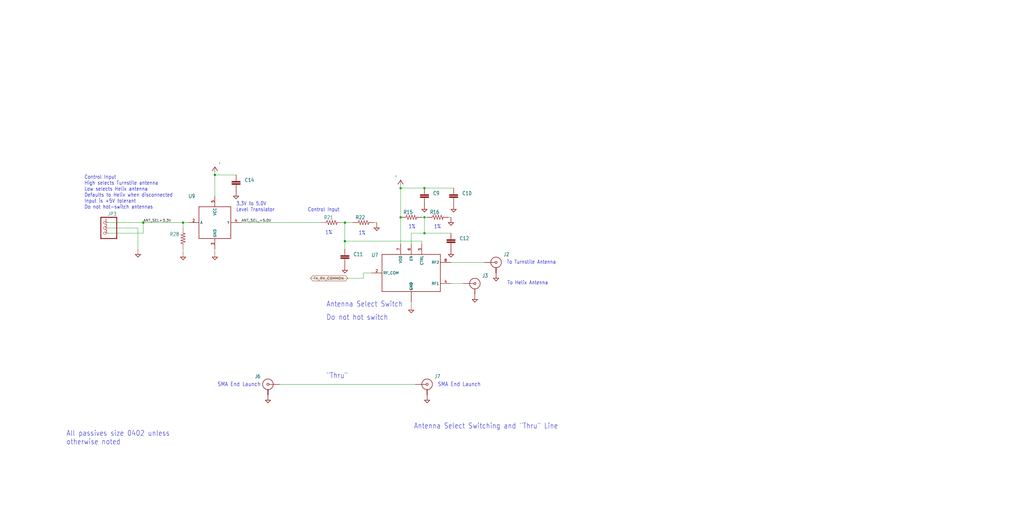
<source format=kicad_sch>
(kicad_sch (version 20211123) (generator eeschema)
  (paper "User" 490.22 254.406)
  (lib_symbols
    (symbol "Bidirectional_Amp-eagle-import:+5V" (power)
      (property "Value" "+5V" (at -2.54 -5.08 90))
      (symbol "+5V_1_0"
        (polyline (pts (xy 0 0) (xy -1.27 -1.905)) (stroke (width 0.254)))
        (polyline (pts (xy 1.27 -1.905) (xy 0 0)) (stroke (width 0.254)))
        (pin power_in line (at 0 -2.54 90) (length 2.54) (name "+5V") (number "1"))
      )
    )
    (symbol "Bidirectional_Amp-eagle-import:142-0701-851_ALT"
      (symbol "142-0701-851_ALT_1_0"
        (circle (center 0 0) (radius 0.508) (stroke (width 0.254)))
        (circle (center 0 0) (radius 2.54) (stroke (width 0.254)))
        (pin bidirectional line (at 0 -5.08 90) (length 2.54) (name "GND") (number "GND1"))
        (pin bidirectional line (at 0 -5.08 90) (length 2.54) (name "GND") (number "GND2"))
        (pin bidirectional line (at 0 -5.08 90) (length 2.54) (name "GND") (number "GND3"))
        (pin bidirectional line (at 0 -5.08 90) (length 2.54) (name "GND") (number "GND4"))
        (pin bidirectional line (at 5.715 0 180) (length 5.08) (name "CTR") (number "RF1"))
      )
    )
    (symbol "Bidirectional_Amp-eagle-import:C-EU0402-B-NOSILK"
      (property "Reference" "C" (at 1.524 0.381 0))
      (property "Value" "C-EU0402-B-NOSILK" (at 1.524 -4.699 0))
      (symbol "C-EU0402-B-NOSILK_1_0"
        (rectangle (start -2.032 -2.032) (end 2.032 -1.524) (fill (type outline)))
        (rectangle (start -2.032 -1.016) (end 2.032 -0.508) (fill (type outline)))
        (polyline (pts (xy 0 -2.54) (xy 0 -2.032)) (stroke (width 0.1524)))
        (polyline (pts (xy 0 0) (xy 0 -0.508)) (stroke (width 0.1524)))
        (pin passive line (at 0 2.54 270) (length 2.54) (name "1") (number "1"))
        (pin passive line (at 0 -5.08 90) (length 2.54) (name "2") (number "2"))
      )
    )
    (symbol "Bidirectional_Amp-eagle-import:GND" (power)
      (property "Value" "GND" (at -1.905 -3.175 0))
      (symbol "GND_1_0"
        (polyline (pts (xy -1.27 0) (xy 1.27 0)) (stroke (width 0.254)))
        (polyline (pts (xy 0 -1.27) (xy -1.27 0)) (stroke (width 0.254)))
        (polyline (pts (xy 1.27 0) (xy 0 -1.27)) (stroke (width 0.254)))
        (pin power_in line (at 0 2.54 270) (length 2.54) (name "GND") (number "1"))
      )
    )
    (symbol "Bidirectional_Amp-eagle-import:PINHD-1X3"
      (property "Reference" "JP" (at -6.35 5.715 0))
      (property "Value" "PINHD-1X3" (at -6.35 -7.62 0))
      (symbol "PINHD-1X3_1_0"
        (polyline (pts (xy -6.35 -5.08) (xy 1.27 -5.08)) (stroke (width 0.4064)))
        (polyline (pts (xy -6.35 5.08) (xy -6.35 -5.08)) (stroke (width 0.4064)))
        (polyline (pts (xy 1.27 -5.08) (xy 1.27 5.08)) (stroke (width 0.4064)))
        (polyline (pts (xy 1.27 5.08) (xy -6.35 5.08)) (stroke (width 0.4064)))
        (pin passive inverted (at -2.54 2.54 0) (length 2.54) (name "1") (number "1"))
        (pin passive inverted (at -2.54 0 0) (length 2.54) (name "2") (number "2"))
        (pin passive inverted (at -2.54 -2.54 0) (length 2.54) (name "3") (number "3"))
      )
    )
    (symbol "Bidirectional_Amp-eagle-import:QPC1022"
      (property "Reference" "U" (at -20.32 10.16 0))
      (property "Value" "QPC1022" (at -20.32 -12.7 0))
      (symbol "QPC1022_1_0"
        (polyline (pts (xy -13.97 -8.89) (xy -13.97 8.89)) (stroke (width 0.254)))
        (polyline (pts (xy -13.97 8.89) (xy 13.97 8.89)) (stroke (width 0.254)))
        (polyline (pts (xy 13.97 -8.89) (xy -13.97 -8.89)) (stroke (width 0.254)))
        (polyline (pts (xy 13.97 8.89) (xy 13.97 -8.89)) (stroke (width 0.254)))
        (pin power_in line (at 0 -13.97 90) (length 5.08) (name "GND") (number "1"))
        (pin bidirectional line (at -19.05 0 0) (length 5.08) (name "RF_COM") (number "2"))
        (pin power_in line (at 0 -13.97 90) (length 5.08) (name "GND") (number "3"))
        (pin bidirectional line (at 19.05 -5.08 180) (length 5.08) (name "RF1") (number "4"))
        (pin bidirectional line (at 5.08 13.97 270) (length 5.08) (name "CTRL") (number "5"))
        (pin bidirectional line (at 0 13.97 270) (length 5.08) (name "EN") (number "6"))
        (pin power_in line (at -5.08 13.97 270) (length 5.08) (name "VDD") (number "7"))
        (pin bidirectional line (at 19.05 5.08 180) (length 5.08) (name "RF2") (number "8"))
        (pin power_in line (at 0 -13.97 90) (length 5.08) (name "GND") (number "9"))
      )
    )
    (symbol "Bidirectional_Amp-eagle-import:R-US_0402-B-NOSILK"
      (property "Reference" "R" (at -3.81 1.4986 0))
      (property "Value" "R-US_0402-B-NOSILK" (at -3.81 -3.302 0))
      (symbol "R-US_0402-B-NOSILK_1_0"
        (polyline (pts (xy -2.54 0) (xy -2.159 1.016)) (stroke (width 0.2032)))
        (polyline (pts (xy -2.159 1.016) (xy -1.524 -1.016)) (stroke (width 0.2032)))
        (polyline (pts (xy -1.524 -1.016) (xy -0.889 1.016)) (stroke (width 0.2032)))
        (polyline (pts (xy -0.889 1.016) (xy -0.254 -1.016)) (stroke (width 0.2032)))
        (polyline (pts (xy -0.254 -1.016) (xy 0.381 1.016)) (stroke (width 0.2032)))
        (polyline (pts (xy 0.381 1.016) (xy 1.016 -1.016)) (stroke (width 0.2032)))
        (polyline (pts (xy 1.016 -1.016) (xy 1.651 1.016)) (stroke (width 0.2032)))
        (polyline (pts (xy 1.651 1.016) (xy 2.286 -1.016)) (stroke (width 0.2032)))
        (polyline (pts (xy 2.286 -1.016) (xy 2.54 0)) (stroke (width 0.2032)))
        (pin passive line (at -5.08 0 0) (length 2.54) (name "1") (number "1"))
        (pin passive line (at 5.08 0 180) (length 2.54) (name "2") (number "2"))
      )
    )
    (symbol "Bidirectional_Amp-eagle-import:SN74LV1T34DBVR"
      (property "Reference" "U" (at 8.89 10.16 0))
      (property "Value" "SN74LV1T34DBVR" (at 8.89 7.62 0))
      (symbol "SN74LV1T34DBVR_1_0"
        (polyline (pts (xy -7.62 7.62) (xy -7.62 -7.62)) (stroke (width 0.254)))
        (polyline (pts (xy -7.62 7.62) (xy 7.62 7.62)) (stroke (width 0.254)))
        (polyline (pts (xy 7.62 -7.62) (xy -7.62 -7.62)) (stroke (width 0.254)))
        (polyline (pts (xy 7.62 -7.62) (xy 7.62 7.62)) (stroke (width 0.254)))
        (pin bidirectional line (at -12.7 0 0) (length 5.08) (name "A") (number "2"))
        (pin bidirectional line (at 0 -12.7 90) (length 5.08) (name "GND") (number "3"))
        (pin bidirectional line (at 12.7 0 180) (length 5.08) (name "Y") (number "4"))
        (pin bidirectional line (at 0 12.7 270) (length 5.08) (name "VCC") (number "5"))
      )
    )
  )
  (junction (at 165.1 106.68))
  (junction (at 87.63 106.68))
  (junction (at 102.87 83.82))
  (junction (at 68.58 106.68))
  (junction (at 165.1 115.57))
  (junction (at 191.77 104.14))
  (junction (at 203.2 90.17))
  (junction (at 203.2 111.76))
  (junction (at 203.2 104.14))
  (junction (at 191.77 90.17))
  (wire (pts (xy 191.77 88.9) (xy 191.77 90.17)))
  (wire (pts (xy 203.2 111.76) (xy 215.9 111.76)))
  (wire (pts (xy 201.93 104.14) (xy 203.2 104.14)))
  (wire (pts (xy 66.04 109.22) (xy 66.04 119.38)))
  (wire (pts (xy 102.87 120.65) (xy 102.87 119.38)))
  (wire (pts (xy 52.07 109.22) (xy 66.04 109.22)))
  (wire (pts (xy 201.93 115.57) (xy 165.1 115.57)))
  (wire (pts (xy 203.2 104.14) (xy 203.2 111.76)))
  (wire (pts (xy 196.85 111.76) (xy 196.85 116.84)))
  (wire (pts (xy 163.83 106.68) (xy 165.1 106.68)))
  (wire (pts (xy 231.775 125.73) (xy 215.9 125.73)))
  (wire (pts (xy 68.58 106.68) (xy 87.63 106.68)))
  (wire (pts (xy 133.985 184.15) (xy 198.755 184.15)))
  (wire (pts (xy 52.07 111.76) (xy 68.58 111.76)))
  (wire (pts (xy 173.99 133.35) (xy 148.59 133.35)))
  (wire (pts (xy 102.87 93.98) (xy 102.87 83.82)))
  (wire (pts (xy 191.77 90.17) (xy 203.2 90.17)))
  (wire (pts (xy 165.1 115.57) (xy 165.1 119.38)))
  (wire (pts (xy 165.1 106.68) (xy 168.91 106.68)))
  (wire (pts (xy 165.1 106.68) (xy 165.1 115.57)))
  (wire (pts (xy 196.85 146.05) (xy 196.85 144.78)))
  (wire (pts (xy 52.07 106.68) (xy 68.58 106.68)))
  (wire (pts (xy 173.99 130.81) (xy 173.99 133.35)))
  (wire (pts (xy 201.93 116.84) (xy 201.93 115.57)))
  (wire (pts (xy 102.87 82.55) (xy 102.87 83.82)))
  (wire (pts (xy 180.34 106.68) (xy 179.07 106.68)))
  (wire (pts (xy 90.17 106.68) (xy 87.63 106.68)))
  (wire (pts (xy 115.57 106.68) (xy 153.67 106.68)))
  (wire (pts (xy 215.9 135.89) (xy 221.615 135.89)))
  (wire (pts (xy 102.87 83.82) (xy 113.03 83.82)))
  (wire (pts (xy 87.63 106.68) (xy 87.63 109.22)))
  (wire (pts (xy 203.2 104.14) (xy 204.47 104.14)))
  (wire (pts (xy 191.77 90.17) (xy 191.77 104.14)))
  (wire (pts (xy 68.58 111.76) (xy 68.58 106.68)))
  (wire (pts (xy 191.77 104.14) (xy 191.77 116.84)))
  (wire (pts (xy 203.2 111.76) (xy 196.85 111.76)))
  (wire (pts (xy 87.63 120.65) (xy 87.63 119.38)))
  (wire (pts (xy 203.2 90.17) (xy 217.17 90.17)))
  (wire (pts (xy 177.8 130.81) (xy 173.99 130.81)))
  (wire (pts (xy 214.63 104.14) (xy 215.9 104.14)))
  (text "1%" (at 155.702 112.522 180) (effects (font (size 1.778 1.5113)) (justify left bottom)))
  (text "\"Thru\"" (at 156.21 181.61 180) (effects (font (size 2.54 2.159)) (justify left bottom)))
  (text "3.3V to 5.0V\nLevel Translator" (at 113.03 101.6 180) (effects (font (size 1.778 1.5113)) (justify left bottom)))
  (text "To Helix Antenna" (at 262.382 136.652 180) (effects (font (size 1.778 1.5113)) (justify right bottom)))
  (text "Do not hot switch~{}" (at 156.21 153.67 180) (effects (font (size 2.54 2.159)) (justify left bottom)))
  (text "Control Input\nHigh selects Turnstile antenna\nLow selects Helix antenna\nDefaults to Helix when disconnected\nInput is +5V tolerant\nDo not hot-switch antennas~{}" (at 40.386 100.33 0) (effects (font (size 1.778 1.5113)) (justify left bottom)))
  (text "All passives size 0402 unless\notherwise noted" (at 31.75 213.36 180) (effects (font (size 2.54 2.159)) (justify left bottom)))
  (text "Antenna Select Switching and \"Thru\" Line" (at 198.12 205.74 180) (effects (font (size 2.54 2.159)) (justify left bottom)))
  (text "1%" (at 171.704 112.776 180) (effects (font (size 1.778 1.5113)) (justify left bottom)))
  (text "SMA End Launch" (at 104.14 185.42 180) (effects (font (size 1.9304 1.6408)) (justify left bottom)))
  (text "To Turnstile Antenna" (at 266.192 126.746 180) (effects (font (size 1.778 1.5113)) (justify right bottom)))
  (text "SMA End Launch" (at 209.55 185.42 180) (effects (font (size 1.9304 1.6408)) (justify left bottom)))
  (text "Antenna Select Switch" (at 156.21 147.32 180) (effects (font (size 2.54 2.159)) (justify left bottom)))
  (text "1%" (at 195.58 109.728 180) (effects (font (size 1.778 1.5113)) (justify left bottom)))
  (text "Control Input" (at 162.56 101.6 180) (effects (font (size 1.778 1.5113)) (justify right bottom)))
  (text "1%" (at 207.772 109.728 180) (effects (font (size 1.778 1.5113)) (justify left bottom)))
  (label "ANT_SEL+3.3V" (at 68.58 106.68 0) (effects (font (size 1.2446 1.2446))))
  (label "ANT_SEL_+5.0V" (at 115.57 106.68 0) (effects (font (size 1.2446 1.2446))))
  (global_label "TX_RX_COMMON" (shape bidirectional) (at 148.59 133.35 0) (effects (font (size 1.2446 1.2446))) (property "Intersheet References" "${INTERSHEET_REFS}" (effects hide)))
  (symbol (lib_id "Bidirectional_Amp-eagle-import:+5V") (at 102.87 80.01 0) (unit 1)
    (property "Reference" "#P+7" (effects hide))
  )
  (symbol (lib_id "Bidirectional_Amp-eagle-import:R-US_0402-B-NOSILK") (at 173.99 106.68 0) (unit 1)
    (property "Reference" "R22" (at 170.18 105.1814 0) (effects (font (size 1.778 1.5113)) (justify left bottom)))
  )
  (symbol (lib_id "Bidirectional_Amp-eagle-import:C-EU0402-B-NOSILK") (at 113.03 86.36 0) (unit 1)
    (property "Reference" "C14" (at 117.094 87.249 0) (effects (font (size 1.778 1.5113)) (justify left bottom)))
  )
  (symbol (lib_id "Bidirectional_Amp-eagle-import:R-US_0402-B-NOSILK") (at 87.63 114.3 90) (unit 1)
    (property "Reference" "R28" (at 85.8774 111.252 90) (effects (font (size 1.778 1.5113)) (justify left bottom)))
  )
  (symbol (lib_id "Bidirectional_Amp-eagle-import:GND") (at 196.85 148.59 0) (unit 1)
    (property "Reference" "#SUPPLY26" (effects hide))
  )
  (symbol (lib_id "Bidirectional_Amp-eagle-import:142-0701-851_ALT") (at 204.47 184.15 0) (mirror y) (unit 1)
    (property "Reference" "J7" (at 210.82 180.34 0) (effects (font (size 1.778 1.5113)) (justify left)))
  )
  (symbol (lib_id "Bidirectional_Amp-eagle-import:GND") (at 87.63 123.19 0) (unit 1)
    (property "Reference" "#SUPPLY31" (effects hide))
  )
  (symbol (lib_id "Bidirectional_Amp-eagle-import:PINHD-1X3") (at 49.53 109.22 0) (mirror y) (unit 1)
    (property "Reference" "JP3" (at 55.88 103.505 0) (effects (font (size 1.778 1.5113)) (justify left bottom)))
  )
  (symbol (lib_id "Bidirectional_Amp-eagle-import:R-US_0402-B-NOSILK") (at 209.55 104.14 0) (unit 1)
    (property "Reference" "R16" (at 205.74 102.6414 0) (effects (font (size 1.778 1.5113)) (justify left bottom)))
  )
  (symbol (lib_id "Bidirectional_Amp-eagle-import:R-US_0402-B-NOSILK") (at 196.85 104.14 0) (unit 1)
    (property "Reference" "R15" (at 193.04 102.6414 0) (effects (font (size 1.778 1.5113)) (justify left bottom)))
  )
  (symbol (lib_id "Bidirectional_Amp-eagle-import:GND") (at 217.17 100.33 0) (unit 1)
    (property "Reference" "#SUPPLY14" (effects hide))
  )
  (symbol (lib_id "Bidirectional_Amp-eagle-import:GND") (at 113.03 93.98 0) (unit 1)
    (property "Reference" "#SUPPLY32" (effects hide))
  )
  (symbol (lib_id "Bidirectional_Amp-eagle-import:SN74LV1T34DBVR") (at 102.87 106.68 0) (unit 1)
    (property "Reference" "U9" (at 90.17 93.98 0) (effects (font (size 1.778 1.5113)) (justify left)))
  )
  (symbol (lib_id "Bidirectional_Amp-eagle-import:GND") (at 102.87 123.19 0) (unit 1)
    (property "Reference" "#SUPPLY34" (effects hide))
  )
  (symbol (lib_id "Bidirectional_Amp-eagle-import:GND") (at 204.47 191.77 0) (unit 1)
    (property "Reference" "#SUPPLY79" (effects hide))
  )
  (symbol (lib_id "Bidirectional_Amp-eagle-import:GND") (at 215.9 106.68 0) (unit 1)
    (property "Reference" "#SUPPLY13" (effects hide))
  )
  (symbol (lib_id "Bidirectional_Amp-eagle-import:QPC1022") (at 196.85 130.81 0) (unit 1)
    (property "Reference" "U7" (at 177.8 123.19 0) (effects (font (size 1.778 1.5113)) (justify left bottom)))
  )
  (symbol (lib_id "Bidirectional_Amp-eagle-import:+5V") (at 191.77 86.36 0) (unit 1)
    (property "Reference" "#P+4" (effects hide))
  )
  (symbol (lib_id "Bidirectional_Amp-eagle-import:142-0701-851_ALT") (at 227.33 135.89 0) (mirror y) (unit 1)
    (property "Reference" "J3" (at 233.68 132.08 0) (effects (font (size 1.778 1.5113)) (justify left)))
  )
  (symbol (lib_id "Bidirectional_Amp-eagle-import:GND") (at 128.27 191.77 0) (unit 1)
    (property "Reference" "#SUPPLY78" (effects hide))
  )
  (symbol (lib_id "Bidirectional_Amp-eagle-import:142-0701-851_ALT") (at 128.27 184.15 0) (unit 1)
    (property "Reference" "J6" (at 121.92 180.34 0) (effects (font (size 1.778 1.5113)) (justify left)))
  )
  (symbol (lib_id "Bidirectional_Amp-eagle-import:GND") (at 215.9 121.92 0) (unit 1)
    (property "Reference" "#SUPPLY28" (effects hide))
  )
  (symbol (lib_id "Bidirectional_Amp-eagle-import:142-0701-851_ALT") (at 237.49 125.73 0) (mirror y) (unit 1)
    (property "Reference" "J2" (at 243.84 121.92 0) (effects (font (size 1.778 1.5113)) (justify left)))
  )
  (symbol (lib_id "Bidirectional_Amp-eagle-import:GND") (at 227.33 143.51 0) (unit 1)
    (property "Reference" "#SUPPLY30" (effects hide))
  )
  (symbol (lib_id "Bidirectional_Amp-eagle-import:GND") (at 66.04 121.92 0) (unit 1)
    (property "Reference" "#SUPPLY35" (effects hide))
  )
  (symbol (lib_id "Bidirectional_Amp-eagle-import:C-EU0402-B-NOSILK") (at 203.2 92.71 0) (unit 1)
    (property "Reference" "C9" (at 207.264 93.599 0) (effects (font (size 1.778 1.5113)) (justify left bottom)))
  )
  (symbol (lib_id "Bidirectional_Amp-eagle-import:GND") (at 237.49 133.35 0) (unit 1)
    (property "Reference" "#SUPPLY29" (effects hide))
  )
  (symbol (lib_id "Bidirectional_Amp-eagle-import:C-EU0402-B-NOSILK") (at 217.17 92.71 0) (unit 1)
    (property "Reference" "C10" (at 221.234 93.599 0) (effects (font (size 1.778 1.5113)) (justify left bottom)))
  )
  (symbol (lib_id "Bidirectional_Amp-eagle-import:GND") (at 165.1 129.54 0) (unit 1)
    (property "Reference" "#SUPPLY27" (effects hide))
  )
  (symbol (lib_id "Bidirectional_Amp-eagle-import:R-US_0402-B-NOSILK") (at 158.75 106.68 0) (unit 1)
    (property "Reference" "R21" (at 154.94 105.1814 0) (effects (font (size 1.778 1.5113)) (justify left bottom)))
  )
  (symbol (lib_id "Bidirectional_Amp-eagle-import:C-EU0402-B-NOSILK") (at 215.9 114.3 0) (unit 1)
    (property "Reference" "C12" (at 219.964 115.189 0) (effects (font (size 1.778 1.5113)) (justify left bottom)))
  )
  (symbol (lib_id "Bidirectional_Amp-eagle-import:C-EU0402-B-NOSILK") (at 165.1 121.92 0) (unit 1)
    (property "Reference" "C11" (at 169.164 122.809 0) (effects (font (size 1.778 1.5113)) (justify left bottom)))
  )
  (symbol (lib_id "Bidirectional_Amp-eagle-import:GND") (at 180.34 109.22 0) (unit 1)
    (property "Reference" "#SUPPLY15" (effects hide))
  )
  (symbol (lib_id "Bidirectional_Amp-eagle-import:GND") (at 203.2 100.33 0) (unit 1)
    (property "Reference" "#SUPPLY25" (effects hide))
  )
)
</source>
